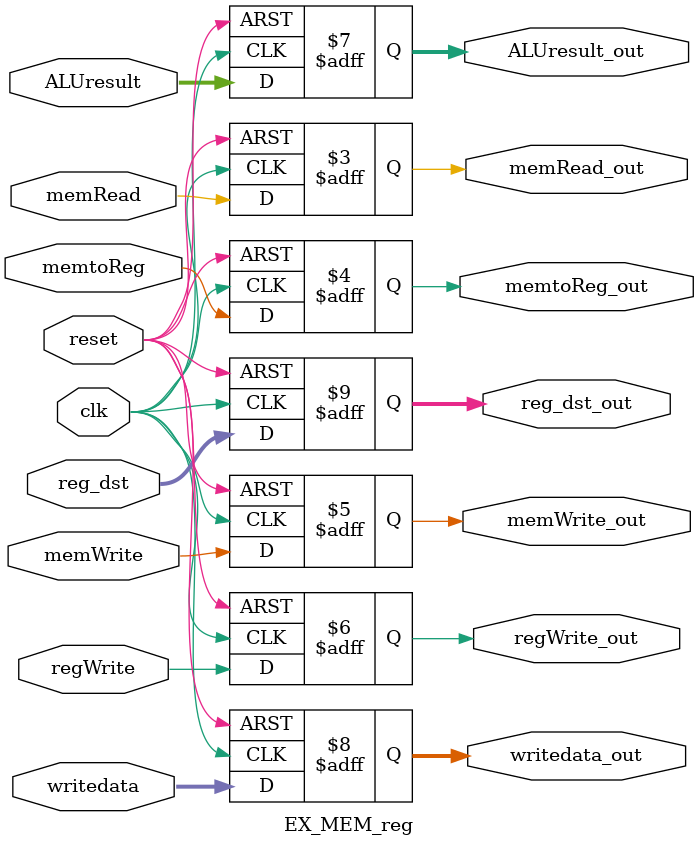
<source format=v>
`timescale 1ns / 1ps


module EX_MEM_reg(//only change during the rising edge of the clock
   input clk,
   input memRead, memtoReg, memWrite,regWrite,
   input [31:0]ALUresult,
   input [31:0]writedata,
   input [4:0] reg_dst,
   input reset,
   output reg memRead_out, memtoReg_out, memWrite_out,regWrite_out,
  output reg [31:0]ALUresult_out,
  output reg [31:0]writedata_out,
  output reg [4:0] reg_dst_out

    );
    always @(posedge clk or posedge reset)
    begin
    if(reset==1)
    begin
       {memRead_out, memtoReg_out, memWrite_out,regWrite_out}<=4'b0;
       ALUresult_out<=32'b0;
       writedata_out<=32'b0;
       reg_dst_out<=5'b0;
    end
    else
    begin
       {memRead_out, memtoReg_out, memWrite_out,regWrite_out}<={ memRead, memtoReg, memWrite,regWrite};
       ALUresult_out<=ALUresult;
       writedata_out<=writedata;
       reg_dst_out<=reg_dst;
    end
    end
endmodule

</source>
